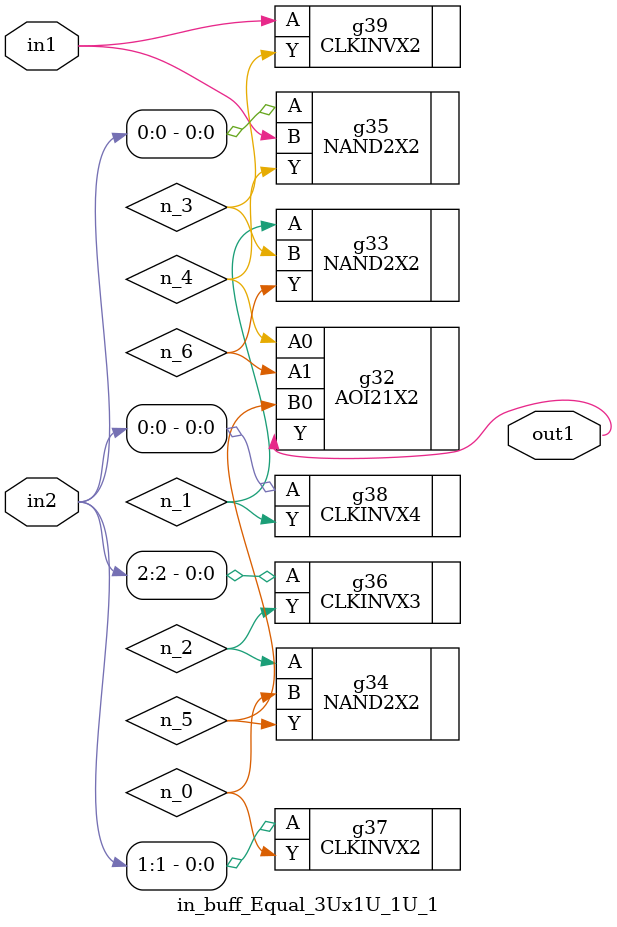
<source format=v>
`timescale 1ps / 1ps


module in_buff_Equal_3Ux1U_1U_1(in2, in1, out1);
  input [2:0] in2;
  input in1;
  output out1;
  wire [2:0] in2;
  wire in1;
  wire out1;
  wire n_0, n_1, n_2, n_3, n_4, n_5, n_6;
  AOI21X2 g32(.A0 (n_4), .A1 (n_6), .B0 (n_5), .Y (out1));
  NAND2X2 g33(.A (n_1), .B (n_3), .Y (n_6));
  NAND2X2 g34(.A (n_2), .B (n_0), .Y (n_5));
  NAND2X2 g35(.A (in2[0]), .B (in1), .Y (n_4));
  CLKINVX2 g39(.A (in1), .Y (n_3));
  CLKINVX3 g36(.A (in2[2]), .Y (n_2));
  CLKINVX4 g38(.A (in2[0]), .Y (n_1));
  CLKINVX2 g37(.A (in2[1]), .Y (n_0));
endmodule



</source>
